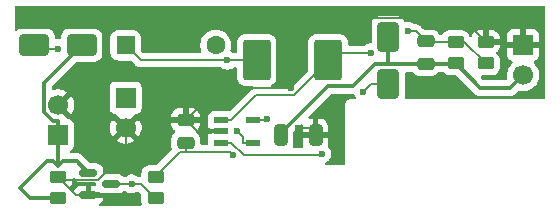
<source format=gtl>
%TF.GenerationSoftware,KiCad,Pcbnew,9.0.6-9.0.6~ubuntu24.04.1*%
%TF.CreationDate,2025-11-30T18:55:51-06:00*%
%TF.ProjectId,solar_power_supply,736f6c61-725f-4706-9f77-65725f737570,v1*%
%TF.SameCoordinates,Original*%
%TF.FileFunction,Copper,L1,Top*%
%TF.FilePolarity,Positive*%
%FSLAX46Y46*%
G04 Gerber Fmt 4.6, Leading zero omitted, Abs format (unit mm)*
G04 Created by KiCad (PCBNEW 9.0.6-9.0.6~ubuntu24.04.1) date 2025-11-30 18:55:51*
%MOMM*%
%LPD*%
G01*
G04 APERTURE LIST*
G04 Aperture macros list*
%AMRoundRect*
0 Rectangle with rounded corners*
0 $1 Rounding radius*
0 $2 $3 $4 $5 $6 $7 $8 $9 X,Y pos of 4 corners*
0 Add a 4 corners polygon primitive as box body*
4,1,4,$2,$3,$4,$5,$6,$7,$8,$9,$2,$3,0*
0 Add four circle primitives for the rounded corners*
1,1,$1+$1,$2,$3*
1,1,$1+$1,$4,$5*
1,1,$1+$1,$6,$7*
1,1,$1+$1,$8,$9*
0 Add four rect primitives between the rounded corners*
20,1,$1+$1,$2,$3,$4,$5,0*
20,1,$1+$1,$4,$5,$6,$7,0*
20,1,$1+$1,$6,$7,$8,$9,0*
20,1,$1+$1,$8,$9,$2,$3,0*%
G04 Aperture macros list end*
%TA.AperFunction,ComponentPad*%
%ADD10RoundRect,0.250000X-0.550000X-0.550000X0.550000X-0.550000X0.550000X0.550000X-0.550000X0.550000X0*%
%TD*%
%TA.AperFunction,ComponentPad*%
%ADD11C,1.600000*%
%TD*%
%TA.AperFunction,SMDPad,CuDef*%
%ADD12R,1.181100X0.558800*%
%TD*%
%TA.AperFunction,SMDPad,CuDef*%
%ADD13RoundRect,0.250000X0.450000X-0.262500X0.450000X0.262500X-0.450000X0.262500X-0.450000X-0.262500X0*%
%TD*%
%TA.AperFunction,SMDPad,CuDef*%
%ADD14RoundRect,0.150000X-0.587500X-0.150000X0.587500X-0.150000X0.587500X0.150000X-0.587500X0.150000X0*%
%TD*%
%TA.AperFunction,SMDPad,CuDef*%
%ADD15RoundRect,0.235000X-0.940000X-1.465000X0.940000X-1.465000X0.940000X1.465000X-0.940000X1.465000X0*%
%TD*%
%TA.AperFunction,ComponentPad*%
%ADD16R,1.700000X1.700000*%
%TD*%
%TA.AperFunction,ComponentPad*%
%ADD17C,1.700000*%
%TD*%
%TA.AperFunction,SMDPad,CuDef*%
%ADD18RoundRect,0.250000X-1.000000X-0.650000X1.000000X-0.650000X1.000000X0.650000X-1.000000X0.650000X0*%
%TD*%
%TA.AperFunction,SMDPad,CuDef*%
%ADD19RoundRect,0.250000X0.650000X-1.000000X0.650000X1.000000X-0.650000X1.000000X-0.650000X-1.000000X0*%
%TD*%
%TA.AperFunction,SMDPad,CuDef*%
%ADD20RoundRect,0.250000X0.475000X-0.250000X0.475000X0.250000X-0.475000X0.250000X-0.475000X-0.250000X0*%
%TD*%
%TA.AperFunction,SMDPad,CuDef*%
%ADD21RoundRect,0.250000X-0.325000X-0.650000X0.325000X-0.650000X0.325000X0.650000X-0.325000X0.650000X0*%
%TD*%
%TA.AperFunction,ViaPad*%
%ADD22C,0.600000*%
%TD*%
%TA.AperFunction,Conductor*%
%ADD23C,0.200000*%
%TD*%
%TA.AperFunction,Conductor*%
%ADD24C,0.350000*%
%TD*%
G04 APERTURE END LIST*
D10*
%TO.P,J3,1,Pin_1*%
%TO.N,Net-(J3-Pin_1)*%
X124460000Y-88900000D03*
D11*
%TO.P,J3,2,Pin_2*%
%TO.N,Net-(D2-K)*%
X132080000Y-88900000D03*
%TD*%
D12*
%TO.P,U1,1,SW*%
%TO.N,Net-(D1-K)*%
X132524550Y-95249999D03*
%TO.P,U1,2,GND*%
%TO.N,GNDD*%
X132524550Y-96200000D03*
%TO.P,U1,3,FB*%
%TO.N,Net-(U1-FB)*%
X132524550Y-97150001D03*
%TO.P,U1,4,SHDN*%
%TO.N,Net-(Q1-D)*%
X135255050Y-97150001D03*
%TO.P,U1,5,VIN*%
%TO.N,Net-(J3-Pin_1)*%
X135255050Y-95249999D03*
%TD*%
D13*
%TO.P,R4,1*%
%TO.N,/SOLAR_P*%
X118745000Y-101877500D03*
%TO.P,R4,2*%
%TO.N,GNDD*%
X118745000Y-100052500D03*
%TD*%
%TO.P,R3,1*%
%TO.N,Net-(Q1-D)*%
X127000000Y-101877500D03*
%TO.P,R3,2*%
%TO.N,Net-(J3-Pin_1)*%
X127000000Y-100052500D03*
%TD*%
%TO.P,R2,1*%
%TO.N,Net-(U1-FB)*%
X154940000Y-90447500D03*
%TO.P,R2,2*%
%TO.N,GNDD*%
X154940000Y-88622500D03*
%TD*%
%TO.P,R1,1*%
%TO.N,/OUT_P*%
X152400000Y-90447500D03*
%TO.P,R1,2*%
%TO.N,Net-(U1-FB)*%
X152400000Y-88622500D03*
%TD*%
D14*
%TO.P,Q1,1,G*%
%TO.N,/SOLAR_P*%
X121315000Y-99695000D03*
%TO.P,Q1,2,S*%
%TO.N,GNDD*%
X121315000Y-101595000D03*
%TO.P,Q1,3,D*%
%TO.N,Net-(Q1-D)*%
X123190000Y-100645000D03*
%TD*%
D15*
%TO.P,L1,1,1*%
%TO.N,Net-(J3-Pin_1)*%
X135555000Y-90170000D03*
%TO.P,L1,2,2*%
%TO.N,Net-(D1-K)*%
X141605000Y-90170000D03*
%TD*%
D16*
%TO.P,J4,1,Pin_1*%
%TO.N,/SOLAR_P*%
X118745000Y-96520000D03*
D17*
%TO.P,J4,2,Pin_2*%
%TO.N,GNDD*%
X118745000Y-93980000D03*
%TD*%
D16*
%TO.P,J2,1,Pin_1*%
%TO.N,Net-(D2-K)*%
X124460000Y-93345000D03*
D17*
%TO.P,J2,2,Pin_2*%
%TO.N,GNDD*%
X124460000Y-95885000D03*
%TD*%
D16*
%TO.P,J1,1,Pin_1*%
%TO.N,GNDD*%
X158115000Y-88900000D03*
D17*
%TO.P,J1,2,Pin_2*%
%TO.N,/OUT_P*%
X158115000Y-91440000D03*
%TD*%
D18*
%TO.P,D2,1,K*%
%TO.N,Net-(D2-K)*%
X116745000Y-88900000D03*
%TO.P,D2,2,A*%
%TO.N,/SOLAR_P*%
X120745000Y-88900000D03*
%TD*%
D19*
%TO.P,D1,1,K*%
%TO.N,Net-(D1-K)*%
X146685000Y-92170000D03*
%TO.P,D1,2,A*%
%TO.N,/OUT_P*%
X146685000Y-88170000D03*
%TD*%
D20*
%TO.P,C3,1*%
%TO.N,/OUT_P*%
X149860000Y-90485000D03*
%TO.P,C3,2*%
%TO.N,Net-(U1-FB)*%
X149860000Y-88585000D03*
%TD*%
D21*
%TO.P,C2,1*%
%TO.N,/OUT_P*%
X137590000Y-96520000D03*
%TO.P,C2,2*%
%TO.N,GNDD*%
X140540000Y-96520000D03*
%TD*%
D20*
%TO.P,C1,1*%
%TO.N,Net-(J3-Pin_1)*%
X129540000Y-97150000D03*
%TO.P,C1,2*%
%TO.N,GNDD*%
X129540000Y-95250000D03*
%TD*%
D22*
%TO.N,Net-(Q1-D)*%
X133885000Y-96200000D03*
X124963000Y-100645000D03*
%TO.N,Net-(D2-K)*%
X118745000Y-89209900D03*
%TO.N,Net-(D1-K)*%
X144595000Y-92847200D03*
X145219000Y-89538000D03*
%TO.N,Net-(U1-FB)*%
X141075000Y-98108500D03*
X148335000Y-87737600D03*
%TO.N,Net-(J3-Pin_1)*%
X133084000Y-90170000D03*
X136430000Y-95149100D03*
X133586000Y-98210100D03*
%TO.N,GNDD*%
X142500000Y-86609300D03*
X139066000Y-95932700D03*
X138464000Y-92554800D03*
%TD*%
D23*
%TO.N,Net-(Q1-D)*%
X124963000Y-100645000D02*
X123190000Y-100645000D01*
X134363000Y-96677600D02*
X133885000Y-96200000D01*
X134363000Y-97150000D02*
X134363000Y-96677600D01*
X135255000Y-97150000D02*
X134363000Y-97150000D01*
X135255100Y-97150000D02*
X135255000Y-97150000D01*
X127000000Y-101877500D02*
X126394500Y-101272000D01*
X127000000Y-101878000D02*
X126394500Y-101272000D01*
X125768000Y-100645000D02*
X124963000Y-100645000D01*
X126394500Y-101272000D02*
X125768000Y-100645000D01*
%TO.N,Net-(D2-K)*%
X117055000Y-89209900D02*
X116745000Y-88900000D01*
X118745000Y-89209900D02*
X117055000Y-89209900D01*
D24*
%TO.N,/SOLAR_P*%
X120350000Y-98729800D02*
X121315000Y-99695000D01*
X119178000Y-98729800D02*
X120350000Y-98729800D01*
X118745000Y-99162300D02*
X119178000Y-98729800D01*
X117518000Y-92126700D02*
X120745000Y-88900000D01*
X117518000Y-94526700D02*
X117518000Y-92126700D01*
X118285000Y-95293300D02*
X117518000Y-94526700D01*
X118745000Y-95293300D02*
X118285000Y-95293300D01*
X118745000Y-96520000D02*
X118745000Y-95293300D01*
X118745000Y-96520000D02*
X118745000Y-99162300D01*
X118745000Y-101878000D02*
X117669000Y-101878000D01*
X118745000Y-101878000D02*
X117669000Y-101878000D01*
X118312000Y-98729800D02*
X118745000Y-99162300D01*
X117805000Y-98729800D02*
X118312000Y-98729800D01*
X115532000Y-101003000D02*
X117805000Y-98729800D01*
X116406000Y-101878000D02*
X115532000Y-101003000D01*
X117669000Y-101878000D02*
X116406000Y-101878000D01*
X118745000Y-101877500D02*
X118745000Y-101878000D01*
D23*
%TO.N,Net-(D1-K)*%
X145272000Y-92170000D02*
X144595000Y-92847200D01*
X146685000Y-92170000D02*
X145272000Y-92170000D01*
X142237000Y-89538000D02*
X141605000Y-90170000D01*
X145219000Y-89538000D02*
X142237000Y-89538000D01*
X141605000Y-90264500D02*
X141605000Y-90170000D01*
X138713000Y-93156500D02*
X141605000Y-90264500D01*
X135510000Y-93156500D02*
X138713000Y-93156500D01*
X133417000Y-95250000D02*
X135510000Y-93156500D01*
X132525000Y-95250000D02*
X133417000Y-95250000D01*
X132524600Y-95250000D02*
X132525000Y-95250000D01*
%TO.N,Net-(U1-FB)*%
X140978000Y-98205000D02*
X141075000Y-98108500D01*
X134472000Y-98205000D02*
X140978000Y-98205000D01*
X133417000Y-97150000D02*
X134472000Y-98205000D01*
X132525000Y-97150000D02*
X133417000Y-97150000D01*
X149898000Y-88622500D02*
X149860000Y-88585000D01*
X152400000Y-88622500D02*
X149898000Y-88622500D01*
X153115000Y-88622500D02*
X152400000Y-88622500D01*
X154940000Y-90447500D02*
X153115000Y-88622500D01*
X149013000Y-87737600D02*
X149860000Y-88585000D01*
X148335000Y-87737600D02*
X149013000Y-87737600D01*
X132524600Y-97150000D02*
X132525000Y-97150000D01*
D24*
%TO.N,/OUT_P*%
X154485000Y-92532200D02*
X152400000Y-90447500D01*
X157023000Y-92532200D02*
X154485000Y-92532200D01*
X158115000Y-91440000D02*
X157023000Y-92532200D01*
X145557000Y-90485000D02*
X146685000Y-90485000D01*
X143672000Y-92370000D02*
X145557000Y-90485000D01*
X141564000Y-92370000D02*
X143672000Y-92370000D01*
X137590000Y-96344000D02*
X141564000Y-92370000D01*
X137590000Y-96520000D02*
X137590000Y-96344000D01*
X152362000Y-90485000D02*
X152400000Y-90447500D01*
X149860000Y-90485000D02*
X152362000Y-90485000D01*
X146685000Y-90485000D02*
X146685000Y-88170000D01*
X146685000Y-90485000D02*
X149860000Y-90485000D01*
D23*
%TO.N,Net-(J3-Pin_1)*%
X125730000Y-90170000D02*
X133084000Y-90170000D01*
X124460000Y-88900000D02*
X125730000Y-90170000D01*
X135555000Y-90170000D02*
X133084000Y-90170000D01*
X129039000Y-97923000D02*
X129540000Y-97923000D01*
X127000000Y-99961900D02*
X129039000Y-97923000D01*
X127000000Y-100052000D02*
X127000000Y-99961900D01*
X129540000Y-97923000D02*
X129540000Y-97150000D01*
X133299000Y-97923000D02*
X133586000Y-98210100D01*
X129540000Y-97923000D02*
X133299000Y-97923000D01*
X127000000Y-100052500D02*
X127000000Y-100052000D01*
X135255000Y-95250000D02*
X135255100Y-95250000D01*
X136248000Y-95149100D02*
X136430000Y-95149100D01*
X136147000Y-95250000D02*
X136248000Y-95149100D01*
X135255100Y-95250000D02*
X136147000Y-95250000D01*
%TO.N,GNDD*%
X142509000Y-86601000D02*
X142500000Y-86609300D01*
X152918000Y-86601000D02*
X142509000Y-86601000D01*
X154940000Y-88622500D02*
X152918000Y-86601000D01*
X156963000Y-88900000D02*
X158115000Y-88900000D01*
X156686000Y-88622500D02*
X156963000Y-88900000D01*
X154940000Y-88622500D02*
X156686000Y-88622500D01*
X120015000Y-95250000D02*
X124460000Y-95250000D01*
X118745000Y-93980000D02*
X120015000Y-95250000D01*
X124460000Y-95250000D02*
X129540000Y-95250000D01*
X124460000Y-95250000D02*
X124460000Y-95885000D01*
X139953000Y-95932700D02*
X140540000Y-96520000D01*
X139066000Y-95932700D02*
X139953000Y-95932700D01*
X132235000Y-92554800D02*
X129540000Y-95250000D01*
X138464000Y-92554800D02*
X132235000Y-92554800D01*
X122150000Y-100297000D02*
X118990000Y-100297000D01*
X124460000Y-97987500D02*
X122150000Y-100297000D01*
X124460000Y-95885000D02*
X124460000Y-97987500D01*
X120288000Y-101595000D02*
X121315000Y-101595000D01*
X118990000Y-100297000D02*
X120288000Y-101595000D01*
X130490000Y-96200000D02*
X132524600Y-96200000D01*
X129540000Y-95250000D02*
X130490000Y-96200000D01*
X132524600Y-96200000D02*
X132525000Y-96200000D01*
X118867000Y-100174500D02*
X118745000Y-100052500D01*
X118867500Y-100174500D02*
X118867000Y-100174500D01*
X118745000Y-100052000D02*
X118867500Y-100174500D01*
X118867500Y-100174500D02*
X118990000Y-100297000D01*
%TD*%
%TA.AperFunction,Conductor*%
%TO.N,GNDD*%
G36*
X120150201Y-100159309D02*
G01*
X120175731Y-100189902D01*
X120209416Y-100246861D01*
X120209423Y-100246870D01*
X120325629Y-100363076D01*
X120325633Y-100363079D01*
X120325635Y-100363081D01*
X120467102Y-100446744D01*
X120508724Y-100458836D01*
X120624926Y-100492597D01*
X120624929Y-100492597D01*
X120624931Y-100492598D01*
X120661806Y-100495500D01*
X121828000Y-100495500D01*
X121836685Y-100498050D01*
X121845647Y-100496762D01*
X121869687Y-100507740D01*
X121895039Y-100515185D01*
X121900966Y-100522025D01*
X121909203Y-100525787D01*
X121923492Y-100548021D01*
X121940794Y-100567989D01*
X121943081Y-100578503D01*
X121946977Y-100584565D01*
X121952000Y-100619500D01*
X121952000Y-100671000D01*
X121932315Y-100738039D01*
X121879511Y-100783794D01*
X121828000Y-100795000D01*
X121565000Y-100795000D01*
X121565000Y-101345000D01*
X122220685Y-101345000D01*
X122283806Y-101362268D01*
X122342102Y-101396744D01*
X122383724Y-101408836D01*
X122499926Y-101442597D01*
X122499929Y-101442597D01*
X122499931Y-101442598D01*
X122536806Y-101445500D01*
X122536814Y-101445500D01*
X123843186Y-101445500D01*
X123843194Y-101445500D01*
X123880069Y-101442598D01*
X123880071Y-101442597D01*
X123880073Y-101442597D01*
X123921691Y-101430505D01*
X124037898Y-101396744D01*
X124179365Y-101313081D01*
X124210626Y-101281820D01*
X124237556Y-101267114D01*
X124263373Y-101250523D01*
X124269571Y-101249631D01*
X124271948Y-101248334D01*
X124298308Y-101245500D01*
X124383234Y-101245500D01*
X124450273Y-101265185D01*
X124452125Y-101266398D01*
X124583814Y-101354390D01*
X124583827Y-101354397D01*
X124686066Y-101396745D01*
X124729503Y-101414737D01*
X124869564Y-101442597D01*
X124884153Y-101445499D01*
X124884156Y-101445500D01*
X124884158Y-101445500D01*
X125041844Y-101445500D01*
X125041845Y-101445499D01*
X125196497Y-101414737D01*
X125342179Y-101354394D01*
X125428882Y-101296461D01*
X125495559Y-101275583D01*
X125562939Y-101294067D01*
X125585489Y-101311917D01*
X125763216Y-101489786D01*
X125796677Y-101551122D01*
X125799500Y-101577432D01*
X125799500Y-102190001D01*
X125799501Y-102190019D01*
X125810000Y-102292796D01*
X125810001Y-102292799D01*
X125823487Y-102333496D01*
X125825889Y-102403325D01*
X125790157Y-102463366D01*
X125727637Y-102494559D01*
X125705781Y-102496500D01*
X122361961Y-102496500D01*
X122294922Y-102476815D01*
X122249167Y-102424011D01*
X122239223Y-102354853D01*
X122268248Y-102291297D01*
X122298840Y-102265768D01*
X122304052Y-102262685D01*
X122304061Y-102262678D01*
X122420178Y-102146561D01*
X122420185Y-102146552D01*
X122503781Y-102005198D01*
X122549600Y-101847486D01*
X122549795Y-101845001D01*
X122549795Y-101845000D01*
X121439000Y-101845000D01*
X121371961Y-101825315D01*
X121326206Y-101772511D01*
X121315000Y-101721000D01*
X121315000Y-101595000D01*
X121189000Y-101595000D01*
X121121961Y-101575315D01*
X121076206Y-101522511D01*
X121065000Y-101471000D01*
X121065000Y-100795000D01*
X120661850Y-100795000D01*
X120625010Y-100797899D01*
X120625004Y-100797900D01*
X120467306Y-100843716D01*
X120467303Y-100843717D01*
X120325947Y-100927314D01*
X120325938Y-100927321D01*
X120209821Y-101043438D01*
X120209814Y-101043447D01*
X120126217Y-101184803D01*
X120126216Y-101184806D01*
X120103369Y-101263446D01*
X120065763Y-101322332D01*
X120002290Y-101351538D01*
X119933104Y-101341792D01*
X119880169Y-101296188D01*
X119878754Y-101293948D01*
X119787712Y-101146344D01*
X119693695Y-101052327D01*
X119660210Y-100991004D01*
X119665194Y-100921312D01*
X119693695Y-100876964D01*
X119787317Y-100783342D01*
X119879356Y-100634124D01*
X119879358Y-100634119D01*
X119934505Y-100467697D01*
X119934506Y-100467690D01*
X119944999Y-100364986D01*
X119944999Y-100253024D01*
X119964683Y-100185984D01*
X120017487Y-100140229D01*
X120086645Y-100130285D01*
X120150201Y-100159309D01*
G37*
%TD.AperFunction*%
%TA.AperFunction,Conductor*%
G36*
X159943039Y-85610185D02*
G01*
X159988794Y-85662989D01*
X160000000Y-85714500D01*
X160000000Y-93355500D01*
X159980315Y-93422539D01*
X159927511Y-93468294D01*
X159876000Y-93479500D01*
X148194792Y-93479500D01*
X148127753Y-93459815D01*
X148081998Y-93407011D01*
X148072054Y-93337853D01*
X148074028Y-93329506D01*
X148073582Y-93329411D01*
X148074994Y-93322809D01*
X148074999Y-93322797D01*
X148085500Y-93220009D01*
X148085499Y-91284499D01*
X148105184Y-91217461D01*
X148157987Y-91171706D01*
X148209499Y-91160500D01*
X148698132Y-91160500D01*
X148765171Y-91180185D01*
X148786346Y-91199383D01*
X148787181Y-91198549D01*
X148792288Y-91203656D01*
X148916344Y-91327712D01*
X149065666Y-91419814D01*
X149232203Y-91474999D01*
X149334991Y-91485500D01*
X150385008Y-91485499D01*
X150385016Y-91485498D01*
X150385019Y-91485498D01*
X150441302Y-91479748D01*
X150487797Y-91474999D01*
X150654334Y-91419814D01*
X150803656Y-91327712D01*
X150927712Y-91203656D01*
X150927712Y-91203655D01*
X150932819Y-91198549D01*
X150934705Y-91200435D01*
X150981625Y-91167212D01*
X151021868Y-91160500D01*
X151287769Y-91160500D01*
X151354808Y-91180185D01*
X151375450Y-91196818D01*
X151481344Y-91302712D01*
X151630666Y-91394814D01*
X151797203Y-91449999D01*
X151899991Y-91460500D01*
X152406417Y-91460499D01*
X152473456Y-91480183D01*
X152494092Y-91496811D01*
X153512346Y-92514918D01*
X154005853Y-93008354D01*
X154054394Y-93056895D01*
X154054415Y-93056909D01*
X154054432Y-93056926D01*
X154109151Y-93093483D01*
X154109155Y-93093487D01*
X154109156Y-93093487D01*
X154165019Y-93130813D01*
X154165026Y-93130817D01*
X154165031Y-93130820D01*
X154165034Y-93130821D01*
X154165069Y-93130840D01*
X154165070Y-93130840D01*
X154165074Y-93130843D01*
X154231132Y-93158200D01*
X154287964Y-93181740D01*
X154287984Y-93181744D01*
X154288011Y-93181755D01*
X154315870Y-93187293D01*
X154352670Y-93194611D01*
X154352690Y-93194614D01*
X154352713Y-93194619D01*
X154418469Y-93207700D01*
X154418498Y-93207700D01*
X154418518Y-93207704D01*
X154477656Y-93207700D01*
X156950344Y-93207700D01*
X156950486Y-93207706D01*
X156956528Y-93207705D01*
X156956531Y-93207706D01*
X157023062Y-93207700D01*
X157089531Y-93207700D01*
X157089544Y-93207697D01*
X157089575Y-93207694D01*
X157089593Y-93207694D01*
X157138952Y-93197870D01*
X157155204Y-93194636D01*
X157155209Y-93194634D01*
X157218420Y-93182061D01*
X157219947Y-93181782D01*
X157220089Y-93181722D01*
X157220095Y-93181722D01*
X157276329Y-93158422D01*
X157276340Y-93158418D01*
X157314767Y-93142500D01*
X157341298Y-93131511D01*
X157342871Y-93130891D01*
X157343021Y-93130790D01*
X157343023Y-93130790D01*
X157394741Y-93096227D01*
X157453606Y-93056895D01*
X157453609Y-93056891D01*
X157453634Y-93056875D01*
X157453651Y-93056857D01*
X157453654Y-93056856D01*
X157502846Y-93007654D01*
X157547695Y-92962806D01*
X157547695Y-92962805D01*
X157552377Y-92958124D01*
X157552462Y-92958028D01*
X157714760Y-92795700D01*
X157776078Y-92762211D01*
X157821840Y-92760902D01*
X158008713Y-92790500D01*
X158008714Y-92790500D01*
X158221286Y-92790500D01*
X158221287Y-92790500D01*
X158431243Y-92757246D01*
X158633412Y-92691557D01*
X158822816Y-92595051D01*
X158876553Y-92556009D01*
X158994786Y-92470109D01*
X158994788Y-92470106D01*
X158994792Y-92470104D01*
X159145104Y-92319792D01*
X159145106Y-92319788D01*
X159145109Y-92319786D01*
X159270048Y-92147820D01*
X159270047Y-92147820D01*
X159270051Y-92147816D01*
X159366557Y-91958412D01*
X159432246Y-91756243D01*
X159465500Y-91546287D01*
X159465500Y-91333713D01*
X159432246Y-91123757D01*
X159366557Y-90921588D01*
X159270051Y-90732184D01*
X159270049Y-90732181D01*
X159270048Y-90732179D01*
X159145109Y-90560213D01*
X159031181Y-90446285D01*
X158997696Y-90384962D01*
X159002680Y-90315270D01*
X159044552Y-90259337D01*
X159075529Y-90242422D01*
X159207086Y-90193354D01*
X159207093Y-90193350D01*
X159322187Y-90107190D01*
X159322190Y-90107187D01*
X159408350Y-89992093D01*
X159408354Y-89992086D01*
X159458596Y-89857379D01*
X159458598Y-89857372D01*
X159464999Y-89797844D01*
X159465000Y-89797827D01*
X159465000Y-89150000D01*
X158548012Y-89150000D01*
X158580925Y-89092993D01*
X158615000Y-88965826D01*
X158615000Y-88834174D01*
X158580925Y-88707007D01*
X158548012Y-88650000D01*
X159465000Y-88650000D01*
X159465000Y-88002172D01*
X159464999Y-88002155D01*
X159458598Y-87942627D01*
X159458596Y-87942620D01*
X159408354Y-87807913D01*
X159408350Y-87807906D01*
X159322190Y-87692812D01*
X159322187Y-87692809D01*
X159207093Y-87606649D01*
X159207086Y-87606645D01*
X159072379Y-87556403D01*
X159072372Y-87556401D01*
X159012844Y-87550000D01*
X158365000Y-87550000D01*
X158365000Y-88466988D01*
X158307993Y-88434075D01*
X158180826Y-88400000D01*
X158049174Y-88400000D01*
X157922007Y-88434075D01*
X157865000Y-88466988D01*
X157865000Y-87550000D01*
X157217155Y-87550000D01*
X157157627Y-87556401D01*
X157157620Y-87556403D01*
X157022913Y-87606645D01*
X157022906Y-87606649D01*
X156907812Y-87692809D01*
X156907809Y-87692812D01*
X156821649Y-87807906D01*
X156821645Y-87807913D01*
X156771403Y-87942620D01*
X156771401Y-87942627D01*
X156765000Y-88002155D01*
X156765000Y-88650000D01*
X157681988Y-88650000D01*
X157649075Y-88707007D01*
X157615000Y-88834174D01*
X157615000Y-88965826D01*
X157649075Y-89092993D01*
X157681988Y-89150000D01*
X156765000Y-89150000D01*
X156765000Y-89797844D01*
X156771401Y-89857372D01*
X156771403Y-89857379D01*
X156821645Y-89992086D01*
X156821649Y-89992093D01*
X156907809Y-90107187D01*
X156907812Y-90107190D01*
X157022906Y-90193350D01*
X157022913Y-90193354D01*
X157154470Y-90242422D01*
X157210404Y-90284293D01*
X157234821Y-90349758D01*
X157219969Y-90418031D01*
X157198819Y-90446285D01*
X157084889Y-90560215D01*
X156959951Y-90732179D01*
X156863444Y-90921585D01*
X156797753Y-91123760D01*
X156772295Y-91284500D01*
X156764500Y-91333713D01*
X156764500Y-91546287D01*
X156788225Y-91696082D01*
X156790953Y-91713302D01*
X156781999Y-91782595D01*
X156737002Y-91836047D01*
X156670251Y-91856687D01*
X156668480Y-91856700D01*
X154816131Y-91856700D01*
X154786689Y-91848055D01*
X154756712Y-91841536D01*
X154751691Y-91837778D01*
X154749092Y-91837015D01*
X154728456Y-91820387D01*
X154580234Y-91672186D01*
X154546745Y-91610866D01*
X154551724Y-91541174D01*
X154593592Y-91485237D01*
X154659054Y-91460816D01*
X154667887Y-91460499D01*
X155440008Y-91460499D01*
X155440016Y-91460498D01*
X155440019Y-91460498D01*
X155519625Y-91452366D01*
X155542797Y-91449999D01*
X155709334Y-91394814D01*
X155858656Y-91302712D01*
X155982712Y-91178656D01*
X156074814Y-91029334D01*
X156129999Y-90862797D01*
X156140500Y-90760009D01*
X156140499Y-90134992D01*
X156140249Y-90132549D01*
X156129999Y-90032203D01*
X156129998Y-90032200D01*
X156116708Y-89992093D01*
X156074814Y-89865666D01*
X155982712Y-89716344D01*
X155888695Y-89622327D01*
X155855210Y-89561004D01*
X155860194Y-89491312D01*
X155888695Y-89446964D01*
X155982317Y-89353342D01*
X156074356Y-89204124D01*
X156074358Y-89204119D01*
X156129505Y-89037697D01*
X156129506Y-89037690D01*
X156139999Y-88934986D01*
X156140000Y-88934973D01*
X156140000Y-88872500D01*
X155064000Y-88872500D01*
X154996961Y-88852815D01*
X154951206Y-88800011D01*
X154940000Y-88748500D01*
X154940000Y-88622500D01*
X154814000Y-88622500D01*
X154746961Y-88602815D01*
X154701206Y-88550011D01*
X154690000Y-88498500D01*
X154690000Y-88372500D01*
X155190000Y-88372500D01*
X156139999Y-88372500D01*
X156139999Y-88310028D01*
X156139998Y-88310013D01*
X156129505Y-88207302D01*
X156074359Y-88040882D01*
X156074356Y-88040875D01*
X155982315Y-87891654D01*
X155858345Y-87767684D01*
X155709124Y-87675643D01*
X155709119Y-87675641D01*
X155542697Y-87620494D01*
X155542690Y-87620493D01*
X155439986Y-87610000D01*
X155190000Y-87610000D01*
X155190000Y-88372500D01*
X154690000Y-88372500D01*
X154690000Y-87610000D01*
X154440029Y-87610000D01*
X154440012Y-87610001D01*
X154337302Y-87620494D01*
X154170880Y-87675641D01*
X154170875Y-87675643D01*
X154021654Y-87767684D01*
X153897684Y-87891654D01*
X153805643Y-88040875D01*
X153805641Y-88040880D01*
X153787969Y-88094212D01*
X153748196Y-88151657D01*
X153683680Y-88178480D01*
X153614904Y-88166165D01*
X153563704Y-88118622D01*
X153552557Y-88094212D01*
X153538830Y-88052786D01*
X153534814Y-88040666D01*
X153442712Y-87891344D01*
X153318656Y-87767288D01*
X153201101Y-87694780D01*
X153169336Y-87675187D01*
X153169331Y-87675185D01*
X153139153Y-87665185D01*
X153002797Y-87620001D01*
X153002795Y-87620000D01*
X152900010Y-87609500D01*
X151899998Y-87609500D01*
X151899980Y-87609501D01*
X151797203Y-87620000D01*
X151797200Y-87620001D01*
X151630668Y-87675185D01*
X151630663Y-87675187D01*
X151481342Y-87767289D01*
X151357289Y-87891342D01*
X151342353Y-87915556D01*
X151322451Y-87947825D01*
X151313031Y-87963097D01*
X151305443Y-87969921D01*
X151301205Y-87979203D01*
X151279905Y-87992891D01*
X151261083Y-88009821D01*
X151249447Y-88012465D01*
X151242427Y-88016977D01*
X151207492Y-88022000D01*
X151092928Y-88022000D01*
X151025889Y-88002315D01*
X150987389Y-87963097D01*
X150927712Y-87866344D01*
X150803656Y-87742288D01*
X150678653Y-87665186D01*
X150654336Y-87650187D01*
X150654331Y-87650185D01*
X150652862Y-87649698D01*
X150487797Y-87595001D01*
X150487795Y-87595000D01*
X150385016Y-87584500D01*
X150385009Y-87584500D01*
X149760387Y-87584500D01*
X149730931Y-87575850D01*
X149700935Y-87569318D01*
X149695937Y-87565575D01*
X149693348Y-87564815D01*
X149672685Y-87548161D01*
X149499479Y-87374874D01*
X149499266Y-87374630D01*
X149493520Y-87368884D01*
X149434876Y-87310240D01*
X149434863Y-87310215D01*
X149434858Y-87310221D01*
X149381832Y-87257170D01*
X149381717Y-87257081D01*
X149381716Y-87257080D01*
X149381713Y-87257078D01*
X149381709Y-87257075D01*
X149311877Y-87216758D01*
X149311880Y-87216751D01*
X149311849Y-87216743D01*
X149247829Y-87179760D01*
X149247828Y-87179759D01*
X149244917Y-87178078D01*
X149244846Y-87178059D01*
X149244784Y-87178023D01*
X149169886Y-87157954D01*
X149169308Y-87157799D01*
X149169233Y-87157778D01*
X149092156Y-87137106D01*
X149092108Y-87137100D01*
X149092057Y-87137100D01*
X149015278Y-87137100D01*
X148926148Y-87137079D01*
X148925828Y-87137100D01*
X148914766Y-87137100D01*
X148847727Y-87117415D01*
X148845875Y-87116202D01*
X148714185Y-87028209D01*
X148714172Y-87028202D01*
X148568501Y-86967864D01*
X148568489Y-86967861D01*
X148413845Y-86937100D01*
X148413842Y-86937100D01*
X148256158Y-86937100D01*
X148256153Y-86937100D01*
X148168738Y-86954488D01*
X148099146Y-86948261D01*
X148043969Y-86905398D01*
X148026843Y-86871880D01*
X148019814Y-86850666D01*
X147927712Y-86701344D01*
X147803656Y-86577288D01*
X147654334Y-86485186D01*
X147487797Y-86430001D01*
X147487795Y-86430000D01*
X147385010Y-86419500D01*
X145984998Y-86419500D01*
X145984981Y-86419501D01*
X145882203Y-86430000D01*
X145882200Y-86430001D01*
X145715668Y-86485185D01*
X145715663Y-86485187D01*
X145566342Y-86577289D01*
X145442289Y-86701342D01*
X145350187Y-86850663D01*
X145350185Y-86850668D01*
X145322349Y-86934670D01*
X145295001Y-87017203D01*
X145295001Y-87017204D01*
X145295000Y-87017204D01*
X145284500Y-87119983D01*
X145284500Y-87119991D01*
X145284500Y-87908034D01*
X145284501Y-88613500D01*
X145264816Y-88680539D01*
X145212013Y-88726294D01*
X145160501Y-88737500D01*
X145140155Y-88737500D01*
X144985510Y-88768261D01*
X144985498Y-88768264D01*
X144839827Y-88828602D01*
X144839814Y-88828609D01*
X144708125Y-88916602D01*
X144641447Y-88937480D01*
X144639234Y-88937500D01*
X143404499Y-88937500D01*
X143337460Y-88917815D01*
X143291705Y-88865011D01*
X143280499Y-88813500D01*
X143280499Y-88655996D01*
X143280498Y-88655979D01*
X143270209Y-88555256D01*
X143270208Y-88555253D01*
X143254330Y-88507337D01*
X143216127Y-88392048D01*
X143199305Y-88364776D01*
X143125867Y-88245714D01*
X143125864Y-88245710D01*
X143004289Y-88124135D01*
X143004285Y-88124132D01*
X142857955Y-88033874D01*
X142857953Y-88033873D01*
X142776348Y-88006832D01*
X142694744Y-87979791D01*
X142694742Y-87979790D01*
X142594012Y-87969500D01*
X140615996Y-87969500D01*
X140615979Y-87969501D01*
X140515256Y-87979790D01*
X140515253Y-87979791D01*
X140352047Y-88033873D01*
X140352044Y-88033874D01*
X140205714Y-88124132D01*
X140205710Y-88124135D01*
X140084135Y-88245710D01*
X140084132Y-88245714D01*
X139993874Y-88392044D01*
X139993873Y-88392046D01*
X139939791Y-88555256D01*
X139939790Y-88555257D01*
X139929500Y-88655981D01*
X139929500Y-91039401D01*
X139909815Y-91106440D01*
X139893181Y-91127082D01*
X138500584Y-92519681D01*
X138439261Y-92553166D01*
X138412903Y-92556000D01*
X136822310Y-92556000D01*
X136755271Y-92536315D01*
X136709516Y-92483511D01*
X136699572Y-92414353D01*
X136728597Y-92350797D01*
X136783304Y-92314294D01*
X136807952Y-92306127D01*
X136954289Y-92215865D01*
X137075865Y-92094289D01*
X137166127Y-91947952D01*
X137220209Y-91784744D01*
X137230500Y-91684011D01*
X137230499Y-88655990D01*
X137224316Y-88595466D01*
X137220209Y-88555256D01*
X137220208Y-88555253D01*
X137204330Y-88507337D01*
X137166127Y-88392048D01*
X137149305Y-88364776D01*
X137075867Y-88245714D01*
X137075864Y-88245710D01*
X136954289Y-88124135D01*
X136954285Y-88124132D01*
X136807955Y-88033874D01*
X136807953Y-88033873D01*
X136726348Y-88006832D01*
X136644744Y-87979791D01*
X136644742Y-87979790D01*
X136544012Y-87969500D01*
X134565996Y-87969500D01*
X134565979Y-87969501D01*
X134465256Y-87979790D01*
X134465253Y-87979791D01*
X134302047Y-88033873D01*
X134302044Y-88033874D01*
X134155714Y-88124132D01*
X134155710Y-88124135D01*
X134034135Y-88245710D01*
X134034132Y-88245714D01*
X133943874Y-88392044D01*
X133943873Y-88392046D01*
X133889791Y-88555256D01*
X133889790Y-88555257D01*
X133879500Y-88655981D01*
X133879500Y-89445500D01*
X133876949Y-89454185D01*
X133878238Y-89463147D01*
X133867259Y-89487187D01*
X133859815Y-89512539D01*
X133852974Y-89518466D01*
X133849213Y-89526703D01*
X133826978Y-89540992D01*
X133807011Y-89558294D01*
X133796496Y-89560581D01*
X133790435Y-89564477D01*
X133755500Y-89569500D01*
X133663766Y-89569500D01*
X133596727Y-89549815D01*
X133594875Y-89548602D01*
X133463185Y-89460609D01*
X133463173Y-89460602D01*
X133394649Y-89432220D01*
X133340245Y-89388380D01*
X133318180Y-89322086D01*
X133324169Y-89279343D01*
X133348477Y-89204534D01*
X133380500Y-89002352D01*
X133380500Y-88797648D01*
X133375846Y-88768263D01*
X133348477Y-88595465D01*
X133310959Y-88479997D01*
X133285220Y-88400781D01*
X133285218Y-88400778D01*
X133285218Y-88400776D01*
X133233865Y-88299991D01*
X133192287Y-88218390D01*
X133178920Y-88199992D01*
X133071971Y-88052786D01*
X132927213Y-87908028D01*
X132761613Y-87787715D01*
X132761612Y-87787714D01*
X132761610Y-87787713D01*
X132672459Y-87742288D01*
X132579223Y-87694781D01*
X132384534Y-87631522D01*
X132209995Y-87603878D01*
X132182352Y-87599500D01*
X131977648Y-87599500D01*
X131953329Y-87603351D01*
X131775465Y-87631522D01*
X131580776Y-87694781D01*
X131398386Y-87787715D01*
X131232786Y-87908028D01*
X131088028Y-88052786D01*
X130967715Y-88218386D01*
X130874781Y-88400776D01*
X130811522Y-88595465D01*
X130779500Y-88797648D01*
X130779500Y-89002351D01*
X130811522Y-89204534D01*
X130842510Y-89299902D01*
X130874780Y-89399219D01*
X130874781Y-89399222D01*
X130876286Y-89403852D01*
X130874964Y-89404281D01*
X130881764Y-89467514D01*
X130850491Y-89529994D01*
X130790403Y-89565648D01*
X130759734Y-89569500D01*
X126030097Y-89569500D01*
X126000656Y-89560855D01*
X125970670Y-89554332D01*
X125965654Y-89550577D01*
X125963058Y-89549815D01*
X125942416Y-89533181D01*
X125796818Y-89387583D01*
X125763333Y-89326260D01*
X125760499Y-89299902D01*
X125760499Y-88299998D01*
X125760498Y-88299981D01*
X125749999Y-88197203D01*
X125749998Y-88197200D01*
X125739714Y-88166165D01*
X125694814Y-88030666D01*
X125602712Y-87881344D01*
X125478656Y-87757288D01*
X125346288Y-87675643D01*
X125329336Y-87665187D01*
X125329331Y-87665185D01*
X125284064Y-87650185D01*
X125162797Y-87610001D01*
X125162795Y-87610000D01*
X125060010Y-87599500D01*
X123859998Y-87599500D01*
X123859981Y-87599501D01*
X123757203Y-87610000D01*
X123757200Y-87610001D01*
X123590668Y-87665185D01*
X123590663Y-87665187D01*
X123441342Y-87757289D01*
X123317289Y-87881342D01*
X123225187Y-88030663D01*
X123225185Y-88030668D01*
X123217858Y-88052781D01*
X123170001Y-88197203D01*
X123170001Y-88197204D01*
X123170000Y-88197204D01*
X123159500Y-88299983D01*
X123159500Y-89500001D01*
X123159501Y-89500018D01*
X123170000Y-89602796D01*
X123170001Y-89602799D01*
X123225185Y-89769331D01*
X123225187Y-89769336D01*
X123242771Y-89797844D01*
X123317288Y-89918656D01*
X123441344Y-90042712D01*
X123590666Y-90134814D01*
X123757203Y-90189999D01*
X123859991Y-90200500D01*
X124859902Y-90200499D01*
X124926941Y-90220183D01*
X124947583Y-90236818D01*
X125245139Y-90534374D01*
X125245149Y-90534385D01*
X125249479Y-90538715D01*
X125249480Y-90538716D01*
X125361284Y-90650520D01*
X125415872Y-90682036D01*
X125498215Y-90729577D01*
X125650942Y-90770500D01*
X125650943Y-90770500D01*
X132504234Y-90770500D01*
X132571273Y-90790185D01*
X132573125Y-90791398D01*
X132704814Y-90879390D01*
X132704827Y-90879397D01*
X132806687Y-90921588D01*
X132850503Y-90939737D01*
X133005153Y-90970499D01*
X133005156Y-90970500D01*
X133005158Y-90970500D01*
X133162844Y-90970500D01*
X133162845Y-90970499D01*
X133317497Y-90939737D01*
X133463179Y-90879394D01*
X133522560Y-90839717D01*
X133594875Y-90791398D01*
X133612921Y-90785747D01*
X133628831Y-90775523D01*
X133659792Y-90771071D01*
X133661553Y-90770520D01*
X133663766Y-90770500D01*
X133755501Y-90770500D01*
X133822540Y-90790185D01*
X133868295Y-90842989D01*
X133879501Y-90894500D01*
X133879501Y-91684020D01*
X133889790Y-91784743D01*
X133889791Y-91784746D01*
X133943873Y-91947952D01*
X133943874Y-91947955D01*
X134034132Y-92094285D01*
X134034135Y-92094289D01*
X134155710Y-92215864D01*
X134155714Y-92215867D01*
X134302044Y-92306125D01*
X134302046Y-92306126D01*
X134302048Y-92306127D01*
X134465256Y-92360209D01*
X134565989Y-92370500D01*
X135207604Y-92370499D01*
X135210527Y-92371357D01*
X135213489Y-92370639D01*
X135243825Y-92381134D01*
X135274641Y-92390183D01*
X135276637Y-92392487D01*
X135279518Y-92393484D01*
X135299370Y-92418722D01*
X135320396Y-92442987D01*
X135320829Y-92446003D01*
X135322715Y-92448400D01*
X135325771Y-92480372D01*
X135330340Y-92512146D01*
X135329073Y-92514918D01*
X135329364Y-92517953D01*
X135314654Y-92546492D01*
X135301315Y-92575702D01*
X135298328Y-92578167D01*
X135297354Y-92580059D01*
X135269614Y-92601879D01*
X135210985Y-92635737D01*
X135210974Y-92635744D01*
X135141272Y-92675986D01*
X135141234Y-92676016D01*
X135088075Y-92729189D01*
X135024066Y-92793198D01*
X135023966Y-92793311D01*
X133365312Y-94452362D01*
X133303993Y-94485854D01*
X133234300Y-94480878D01*
X133234287Y-94480873D01*
X133222582Y-94476507D01*
X133222583Y-94476507D01*
X133162983Y-94470100D01*
X133162981Y-94470099D01*
X133162973Y-94470099D01*
X133162964Y-94470099D01*
X131886129Y-94470099D01*
X131886123Y-94470100D01*
X131826516Y-94476507D01*
X131691671Y-94526801D01*
X131691664Y-94526805D01*
X131576455Y-94613051D01*
X131576452Y-94613054D01*
X131490206Y-94728263D01*
X131490202Y-94728270D01*
X131440066Y-94862694D01*
X131439909Y-94863116D01*
X131433500Y-94922726D01*
X131433500Y-94922733D01*
X131433500Y-94922734D01*
X131433500Y-95577269D01*
X131433501Y-95577275D01*
X131439909Y-95636883D01*
X131456878Y-95682381D01*
X131461862Y-95752073D01*
X131456879Y-95769044D01*
X131440403Y-95813220D01*
X131440401Y-95813227D01*
X131434000Y-95872755D01*
X131434000Y-95950000D01*
X131619413Y-95950000D01*
X131686452Y-95969685D01*
X131690915Y-95972783D01*
X131691670Y-95973196D01*
X131740066Y-95991246D01*
X131826517Y-96023490D01*
X131886127Y-96029899D01*
X132400551Y-96029898D01*
X132409236Y-96032448D01*
X132418197Y-96031160D01*
X132442233Y-96042137D01*
X132467589Y-96049582D01*
X132473517Y-96056424D01*
X132481753Y-96060185D01*
X132496039Y-96082416D01*
X132513344Y-96102386D01*
X132515631Y-96112901D01*
X132519527Y-96118963D01*
X132524550Y-96153898D01*
X132524550Y-96246101D01*
X132504865Y-96313140D01*
X132452061Y-96358895D01*
X132400550Y-96370101D01*
X131886129Y-96370101D01*
X131886123Y-96370102D01*
X131826516Y-96376509D01*
X131691670Y-96426803D01*
X131683888Y-96431054D01*
X131682926Y-96429293D01*
X131628261Y-96449684D01*
X131619413Y-96450000D01*
X131434000Y-96450000D01*
X131434000Y-96527244D01*
X131440401Y-96586772D01*
X131440403Y-96586782D01*
X131456878Y-96630953D01*
X131461862Y-96700644D01*
X131456879Y-96717616D01*
X131439910Y-96763114D01*
X131439909Y-96763118D01*
X131433500Y-96822728D01*
X131433500Y-97039624D01*
X131433501Y-97198500D01*
X131413817Y-97265539D01*
X131361013Y-97311294D01*
X131309501Y-97322500D01*
X130889500Y-97322500D01*
X130822461Y-97302815D01*
X130776706Y-97250011D01*
X130765500Y-97198500D01*
X130765499Y-96849998D01*
X130765498Y-96849980D01*
X130754999Y-96747203D01*
X130754998Y-96747200D01*
X130739571Y-96700644D01*
X130699814Y-96580666D01*
X130607712Y-96431344D01*
X130483656Y-96307288D01*
X130480342Y-96305243D01*
X130478546Y-96303248D01*
X130477989Y-96302807D01*
X130478064Y-96302711D01*
X130433618Y-96253297D01*
X130422397Y-96184334D01*
X130450240Y-96120252D01*
X130480348Y-96094165D01*
X130483342Y-96092318D01*
X130607315Y-95968345D01*
X130699356Y-95819124D01*
X130699358Y-95819119D01*
X130754505Y-95652697D01*
X130754506Y-95652690D01*
X130764999Y-95549986D01*
X130765000Y-95549973D01*
X130765000Y-95500000D01*
X128315001Y-95500000D01*
X128315001Y-95549986D01*
X128325494Y-95652697D01*
X128380641Y-95819119D01*
X128380643Y-95819124D01*
X128472684Y-95968345D01*
X128596655Y-96092316D01*
X128596659Y-96092319D01*
X128599656Y-96094168D01*
X128601279Y-96095972D01*
X128602323Y-96096798D01*
X128602181Y-96096976D01*
X128646381Y-96146116D01*
X128657602Y-96215079D01*
X128629759Y-96279161D01*
X128599661Y-96305241D01*
X128596349Y-96307283D01*
X128596343Y-96307288D01*
X128472289Y-96431342D01*
X128380187Y-96580663D01*
X128380185Y-96580668D01*
X128358299Y-96646716D01*
X128325001Y-96747203D01*
X128325001Y-96747204D01*
X128325000Y-96747204D01*
X128314500Y-96849983D01*
X128314500Y-97450001D01*
X128314501Y-97450019D01*
X128325000Y-97552796D01*
X128325001Y-97552799D01*
X128359420Y-97656668D01*
X128361822Y-97726497D01*
X128329393Y-97783355D01*
X127109506Y-99003183D01*
X127048182Y-99036667D01*
X127021827Y-99039500D01*
X126499998Y-99039500D01*
X126499980Y-99039501D01*
X126397203Y-99050000D01*
X126397200Y-99050001D01*
X126230668Y-99105185D01*
X126230663Y-99105187D01*
X126081342Y-99197289D01*
X125957289Y-99321342D01*
X125865187Y-99470663D01*
X125865185Y-99470668D01*
X125854769Y-99502103D01*
X125810001Y-99637203D01*
X125810001Y-99637204D01*
X125810000Y-99637204D01*
X125799500Y-99739983D01*
X125799500Y-99920500D01*
X125796949Y-99929185D01*
X125798238Y-99938147D01*
X125787259Y-99962187D01*
X125779815Y-99987539D01*
X125772974Y-99993466D01*
X125769213Y-100001703D01*
X125746978Y-100015992D01*
X125727011Y-100033294D01*
X125716496Y-100035581D01*
X125710435Y-100039477D01*
X125675500Y-100044500D01*
X125542766Y-100044500D01*
X125475727Y-100024815D01*
X125473875Y-100023602D01*
X125342185Y-99935609D01*
X125342172Y-99935602D01*
X125196501Y-99875264D01*
X125196489Y-99875261D01*
X125041845Y-99844500D01*
X125041842Y-99844500D01*
X124884158Y-99844500D01*
X124884155Y-99844500D01*
X124729510Y-99875261D01*
X124729498Y-99875264D01*
X124583827Y-99935602D01*
X124583814Y-99935609D01*
X124452125Y-100023602D01*
X124434078Y-100029252D01*
X124418169Y-100039477D01*
X124387207Y-100043928D01*
X124385447Y-100044480D01*
X124383234Y-100044500D01*
X124298308Y-100044500D01*
X124231269Y-100024815D01*
X124210626Y-100008180D01*
X124179370Y-99976923D01*
X124179362Y-99976917D01*
X124037896Y-99893255D01*
X124037893Y-99893254D01*
X123880073Y-99847402D01*
X123880067Y-99847401D01*
X123843201Y-99844500D01*
X123843194Y-99844500D01*
X122677000Y-99844500D01*
X122609961Y-99824815D01*
X122564206Y-99772011D01*
X122553000Y-99720500D01*
X122553000Y-99479313D01*
X122552999Y-99479298D01*
X122550098Y-99442432D01*
X122550097Y-99442426D01*
X122504245Y-99284606D01*
X122504244Y-99284603D01*
X122504244Y-99284602D01*
X122420581Y-99143135D01*
X122420579Y-99143133D01*
X122420576Y-99143129D01*
X122304370Y-99026923D01*
X122304362Y-99026917D01*
X122196850Y-98963335D01*
X122162898Y-98943256D01*
X122162897Y-98943255D01*
X122162896Y-98943255D01*
X122162893Y-98943254D01*
X122005073Y-98897402D01*
X122005067Y-98897401D01*
X121968201Y-98894500D01*
X121968194Y-98894500D01*
X121521238Y-98894500D01*
X121454199Y-98874815D01*
X121433548Y-98858172D01*
X120878888Y-98303397D01*
X120874714Y-98299222D01*
X120874695Y-98299194D01*
X120828800Y-98253299D01*
X120826148Y-98250646D01*
X120780669Y-98205157D01*
X120780663Y-98205152D01*
X120780660Y-98205149D01*
X120780656Y-98205146D01*
X120780604Y-98205103D01*
X120723583Y-98167004D01*
X120723575Y-98166995D01*
X120723575Y-98166997D01*
X120670034Y-98131215D01*
X120669969Y-98131180D01*
X120606509Y-98104894D01*
X120606398Y-98104848D01*
X120547103Y-98080280D01*
X120547066Y-98080272D01*
X120547036Y-98080260D01*
X120546722Y-98080197D01*
X120546721Y-98080197D01*
X120483072Y-98067536D01*
X120483062Y-98067531D01*
X120483062Y-98067534D01*
X120449415Y-98060837D01*
X120416601Y-98054307D01*
X120416599Y-98054306D01*
X120416595Y-98054306D01*
X120416542Y-98054300D01*
X120416531Y-98054300D01*
X120350070Y-98054300D01*
X120283539Y-98054293D01*
X120283504Y-98054300D01*
X119879802Y-98054300D01*
X119812763Y-98034615D01*
X119767008Y-97981811D01*
X119757064Y-97912653D01*
X119786089Y-97849097D01*
X119829893Y-97818682D01*
X119829546Y-97818047D01*
X119835461Y-97814816D01*
X119836468Y-97814118D01*
X119836680Y-97814038D01*
X119837331Y-97813796D01*
X119952546Y-97727546D01*
X120038796Y-97612331D01*
X120089091Y-97477483D01*
X120095500Y-97417873D01*
X120095499Y-96513056D01*
X120095499Y-95773881D01*
X120095499Y-95622129D01*
X120095498Y-95622123D01*
X120095497Y-95622116D01*
X120089091Y-95562517D01*
X120084417Y-95549986D01*
X120038797Y-95427671D01*
X120038793Y-95427664D01*
X119952547Y-95312455D01*
X119952544Y-95312452D01*
X119837335Y-95226206D01*
X119837328Y-95226202D01*
X119702482Y-95175908D01*
X119702483Y-95175908D01*
X119642883Y-95169501D01*
X119642881Y-95169500D01*
X119642873Y-95169500D01*
X119642865Y-95169500D01*
X119632309Y-95169500D01*
X119565270Y-95149815D01*
X119544628Y-95133181D01*
X118874409Y-94462962D01*
X118937993Y-94445925D01*
X119052007Y-94380099D01*
X119145099Y-94287007D01*
X119210925Y-94172993D01*
X119227962Y-94109409D01*
X119860270Y-94741717D01*
X119860270Y-94741716D01*
X119899622Y-94687554D01*
X119996095Y-94498217D01*
X120061757Y-94296130D01*
X120061757Y-94296127D01*
X120095000Y-94086246D01*
X120095000Y-93873753D01*
X120061757Y-93663872D01*
X120061757Y-93663869D01*
X119996095Y-93461782D01*
X119899624Y-93272449D01*
X119860270Y-93218282D01*
X119860269Y-93218282D01*
X119227962Y-93850590D01*
X119210925Y-93787007D01*
X119145099Y-93672993D01*
X119052007Y-93579901D01*
X118937993Y-93514075D01*
X118874407Y-93497036D01*
X119506716Y-92864728D01*
X119452550Y-92825375D01*
X119263217Y-92728904D01*
X119061129Y-92663242D01*
X118851246Y-92630000D01*
X118638754Y-92630000D01*
X118428872Y-92663242D01*
X118428865Y-92663243D01*
X118355817Y-92686978D01*
X118327698Y-92687781D01*
X118299853Y-92691785D01*
X118293241Y-92688765D01*
X118285976Y-92688973D01*
X118261886Y-92674446D01*
X118236297Y-92662760D01*
X118232367Y-92656645D01*
X118226143Y-92652892D01*
X118213730Y-92627645D01*
X118198523Y-92603982D01*
X118197046Y-92593709D01*
X118195316Y-92590191D01*
X118193500Y-92569047D01*
X118193500Y-92457884D01*
X118196656Y-92447135D01*
X123109500Y-92447135D01*
X123109500Y-94242870D01*
X123109501Y-94242876D01*
X123115908Y-94302483D01*
X123166202Y-94437328D01*
X123166206Y-94437335D01*
X123252452Y-94552544D01*
X123252455Y-94552547D01*
X123367664Y-94638793D01*
X123367671Y-94638797D01*
X123367698Y-94638807D01*
X123502517Y-94689091D01*
X123562127Y-94695500D01*
X123572685Y-94695499D01*
X123639723Y-94715179D01*
X123660372Y-94731818D01*
X124330591Y-95402037D01*
X124267007Y-95419075D01*
X124152993Y-95484901D01*
X124059901Y-95577993D01*
X123994075Y-95692007D01*
X123977037Y-95755591D01*
X123344728Y-95123282D01*
X123344727Y-95123282D01*
X123305380Y-95177439D01*
X123208904Y-95366782D01*
X123143242Y-95568869D01*
X123143242Y-95568872D01*
X123110000Y-95778753D01*
X123110000Y-95991246D01*
X123143242Y-96201127D01*
X123143242Y-96201130D01*
X123208904Y-96403217D01*
X123305375Y-96592550D01*
X123344728Y-96646716D01*
X123977037Y-96014408D01*
X123994075Y-96077993D01*
X124059901Y-96192007D01*
X124152993Y-96285099D01*
X124267007Y-96350925D01*
X124330590Y-96367962D01*
X123698282Y-97000269D01*
X123698282Y-97000270D01*
X123752449Y-97039624D01*
X123941782Y-97136095D01*
X124143870Y-97201757D01*
X124353754Y-97235000D01*
X124566246Y-97235000D01*
X124776127Y-97201757D01*
X124776130Y-97201757D01*
X124978217Y-97136095D01*
X125167554Y-97039622D01*
X125221716Y-97000270D01*
X125221717Y-97000270D01*
X124589408Y-96367962D01*
X124652993Y-96350925D01*
X124767007Y-96285099D01*
X124860099Y-96192007D01*
X124925925Y-96077993D01*
X124942962Y-96014409D01*
X125575270Y-96646717D01*
X125575270Y-96646716D01*
X125614622Y-96592554D01*
X125711095Y-96403217D01*
X125776757Y-96201130D01*
X125776757Y-96201127D01*
X125810000Y-95991246D01*
X125810000Y-95778753D01*
X125776757Y-95568872D01*
X125776757Y-95568869D01*
X125711095Y-95366782D01*
X125614624Y-95177449D01*
X125575270Y-95123282D01*
X125575269Y-95123282D01*
X124942962Y-95755590D01*
X124925925Y-95692007D01*
X124860099Y-95577993D01*
X124767007Y-95484901D01*
X124652993Y-95419075D01*
X124589409Y-95402037D01*
X125041432Y-94950013D01*
X128315000Y-94950013D01*
X128315000Y-95000000D01*
X129290000Y-95000000D01*
X129790000Y-95000000D01*
X130764999Y-95000000D01*
X130764999Y-94950028D01*
X130764998Y-94950013D01*
X130754505Y-94847302D01*
X130699358Y-94680880D01*
X130699356Y-94680875D01*
X130607315Y-94531654D01*
X130483345Y-94407684D01*
X130334124Y-94315643D01*
X130334119Y-94315641D01*
X130167697Y-94260494D01*
X130167690Y-94260493D01*
X130064986Y-94250000D01*
X129790000Y-94250000D01*
X129790000Y-95000000D01*
X129290000Y-95000000D01*
X129290000Y-94250000D01*
X129015029Y-94250000D01*
X129015012Y-94250001D01*
X128912302Y-94260494D01*
X128745880Y-94315641D01*
X128745875Y-94315643D01*
X128596654Y-94407684D01*
X128472684Y-94531654D01*
X128380643Y-94680875D01*
X128380641Y-94680880D01*
X128325494Y-94847302D01*
X128325493Y-94847309D01*
X128315000Y-94950013D01*
X125041432Y-94950013D01*
X125132262Y-94859183D01*
X125259627Y-94731818D01*
X125320950Y-94698333D01*
X125347307Y-94695499D01*
X125357872Y-94695499D01*
X125417483Y-94689091D01*
X125552331Y-94638796D01*
X125667546Y-94552546D01*
X125753796Y-94437331D01*
X125804091Y-94302483D01*
X125810500Y-94242873D01*
X125810499Y-92447128D01*
X125804091Y-92387517D01*
X125801710Y-92381134D01*
X125753797Y-92252671D01*
X125753793Y-92252664D01*
X125667547Y-92137455D01*
X125667544Y-92137452D01*
X125552335Y-92051206D01*
X125552328Y-92051202D01*
X125417482Y-92000908D01*
X125417483Y-92000908D01*
X125357883Y-91994501D01*
X125357881Y-91994500D01*
X125357873Y-91994500D01*
X125357864Y-91994500D01*
X123562129Y-91994500D01*
X123562123Y-91994501D01*
X123502516Y-92000908D01*
X123367671Y-92051202D01*
X123367664Y-92051206D01*
X123252455Y-92137452D01*
X123252452Y-92137455D01*
X123166206Y-92252664D01*
X123166202Y-92252671D01*
X123115908Y-92387517D01*
X123109945Y-92442987D01*
X123109501Y-92447123D01*
X123109500Y-92447135D01*
X118196656Y-92447135D01*
X118213185Y-92390845D01*
X118229822Y-92370200D01*
X118239815Y-92360208D01*
X119808771Y-90791398D01*
X120263398Y-90336814D01*
X120324723Y-90303332D01*
X120351075Y-90300499D01*
X121795002Y-90300499D01*
X121795008Y-90300499D01*
X121897797Y-90289999D01*
X122064334Y-90234814D01*
X122213656Y-90142712D01*
X122337712Y-90018656D01*
X122429814Y-89869334D01*
X122484999Y-89702797D01*
X122495500Y-89600009D01*
X122495499Y-88199992D01*
X122484999Y-88097203D01*
X122429814Y-87930666D01*
X122337712Y-87781344D01*
X122213656Y-87657288D01*
X122112672Y-87595001D01*
X122064336Y-87565187D01*
X122064331Y-87565185D01*
X122062862Y-87564698D01*
X121897797Y-87510001D01*
X121897795Y-87510000D01*
X121795010Y-87499500D01*
X119694998Y-87499500D01*
X119694981Y-87499501D01*
X119592203Y-87510000D01*
X119592200Y-87510001D01*
X119425668Y-87565185D01*
X119425663Y-87565187D01*
X119276342Y-87657289D01*
X119152289Y-87781342D01*
X119060187Y-87930663D01*
X119060185Y-87930668D01*
X119039567Y-87992891D01*
X119005001Y-88097203D01*
X119005001Y-88097204D01*
X119005000Y-88097204D01*
X118994500Y-88199983D01*
X118994500Y-88292251D01*
X118974815Y-88359290D01*
X118922011Y-88405045D01*
X118852853Y-88414989D01*
X118846310Y-88413869D01*
X118823842Y-88409400D01*
X118666158Y-88409400D01*
X118666157Y-88409400D01*
X118643688Y-88413869D01*
X118574097Y-88407640D01*
X118518920Y-88364776D01*
X118495677Y-88298886D01*
X118495499Y-88292251D01*
X118495499Y-88199998D01*
X118495498Y-88199981D01*
X118484999Y-88097203D01*
X118484998Y-88097200D01*
X118484008Y-88094212D01*
X118429814Y-87930666D01*
X118337712Y-87781344D01*
X118213656Y-87657288D01*
X118112672Y-87595001D01*
X118064336Y-87565187D01*
X118064331Y-87565185D01*
X118062862Y-87564698D01*
X117897797Y-87510001D01*
X117897795Y-87510000D01*
X117795010Y-87499500D01*
X115694998Y-87499500D01*
X115694981Y-87499501D01*
X115592203Y-87510000D01*
X115592200Y-87510001D01*
X115425668Y-87565185D01*
X115425663Y-87565187D01*
X115276342Y-87657289D01*
X115266181Y-87667451D01*
X115204858Y-87700936D01*
X115135166Y-87695952D01*
X115079233Y-87654080D01*
X115054816Y-87588616D01*
X115054500Y-87579770D01*
X115054500Y-85714500D01*
X115074185Y-85647461D01*
X115126989Y-85601706D01*
X115178500Y-85590500D01*
X159876000Y-85590500D01*
X159943039Y-85610185D01*
G37*
%TD.AperFunction*%
%TA.AperFunction,Conductor*%
G36*
X143794869Y-93065185D02*
G01*
X143840624Y-93117989D01*
X143842391Y-93122048D01*
X143883577Y-93221482D01*
X143883578Y-93221484D01*
X143885606Y-93226379D01*
X143926307Y-93287293D01*
X143926749Y-93287973D01*
X143936533Y-93320726D01*
X143946728Y-93353286D01*
X143946503Y-93354104D01*
X143946747Y-93354920D01*
X143937275Y-93387744D01*
X143928244Y-93420667D01*
X143927611Y-93421235D01*
X143927376Y-93422051D01*
X143901701Y-93444509D01*
X143876265Y-93467357D01*
X143875340Y-93467566D01*
X143874786Y-93468052D01*
X143870198Y-93468733D01*
X143822748Y-93479500D01*
X143444108Y-93479500D01*
X143316812Y-93513608D01*
X143202686Y-93579500D01*
X143202683Y-93579502D01*
X143109502Y-93672683D01*
X143109500Y-93672686D01*
X143043608Y-93786812D01*
X143009500Y-93914108D01*
X143009500Y-98943500D01*
X142989815Y-99010539D01*
X142937011Y-99056294D01*
X142885500Y-99067500D01*
X141474967Y-99067500D01*
X141407928Y-99047815D01*
X141362173Y-98995011D01*
X141352229Y-98925853D01*
X141381254Y-98862297D01*
X141427515Y-98828939D01*
X141454172Y-98817897D01*
X141454172Y-98817896D01*
X141454179Y-98817894D01*
X141585289Y-98730289D01*
X141696789Y-98618789D01*
X141784394Y-98487679D01*
X141844737Y-98341997D01*
X141875500Y-98187342D01*
X141875500Y-98029658D01*
X141875500Y-98029655D01*
X141875499Y-98029653D01*
X141870552Y-98004781D01*
X141844737Y-97875003D01*
X141844735Y-97874998D01*
X141784397Y-97729327D01*
X141784390Y-97729314D01*
X141696790Y-97598212D01*
X141669944Y-97571366D01*
X141612981Y-97514403D01*
X141579498Y-97453083D01*
X141582958Y-97387719D01*
X141604505Y-97322694D01*
X141604506Y-97322690D01*
X141614999Y-97219986D01*
X141615000Y-97219973D01*
X141615000Y-96770000D01*
X139465001Y-96770000D01*
X139465001Y-97219986D01*
X139475493Y-97322695D01*
X139514861Y-97441495D01*
X139517263Y-97511324D01*
X139481532Y-97571366D01*
X139419011Y-97602559D01*
X139397155Y-97604500D01*
X138733372Y-97604500D01*
X138666333Y-97584815D01*
X138620578Y-97532011D01*
X138610634Y-97462853D01*
X138615666Y-97441496D01*
X138616447Y-97439137D01*
X138654999Y-97322797D01*
X138665500Y-97220009D01*
X138665499Y-96275161D01*
X138685183Y-96208123D01*
X138701813Y-96187486D01*
X139263566Y-95625733D01*
X139324887Y-95592250D01*
X139394579Y-95597234D01*
X139450512Y-95639106D01*
X139474929Y-95704570D01*
X139474603Y-95726018D01*
X139465000Y-95820011D01*
X139465000Y-96270000D01*
X140290000Y-96270000D01*
X140790000Y-96270000D01*
X141614999Y-96270000D01*
X141614999Y-95820028D01*
X141614998Y-95820013D01*
X141604505Y-95717302D01*
X141549358Y-95550880D01*
X141549356Y-95550875D01*
X141457315Y-95401654D01*
X141333345Y-95277684D01*
X141184124Y-95185643D01*
X141184119Y-95185641D01*
X141017697Y-95130494D01*
X141017690Y-95130493D01*
X140914986Y-95120000D01*
X140790000Y-95120000D01*
X140790000Y-96270000D01*
X140290000Y-96270000D01*
X140290000Y-95120000D01*
X140165027Y-95120000D01*
X140165009Y-95120001D01*
X140071017Y-95129603D01*
X140002324Y-95116833D01*
X139951440Y-95068952D01*
X139934520Y-95001162D01*
X139956936Y-94934986D01*
X139970727Y-94918572D01*
X141807482Y-93081819D01*
X141868805Y-93048334D01*
X141895163Y-93045500D01*
X143727830Y-93045500D01*
X143794869Y-93065185D01*
G37*
%TD.AperFunction*%
%TD*%
M02*

</source>
